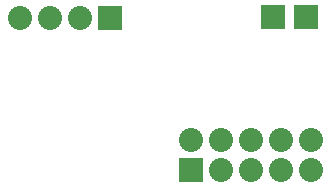
<source format=gbs>
G04 (created by PCBNEW (2013-07-07 BZR 4022)-stable) date 03/12/2013 12:33:29*
%MOIN*%
G04 Gerber Fmt 3.4, Leading zero omitted, Abs format*
%FSLAX34Y34*%
G01*
G70*
G90*
G04 APERTURE LIST*
%ADD10C,0.00590551*%
%ADD11R,0.08X0.08*%
%ADD12C,0.08*%
G04 APERTURE END LIST*
G54D10*
G54D11*
X90450Y-26300D03*
G54D12*
X90450Y-25300D03*
X91450Y-26300D03*
X91450Y-25300D03*
X92450Y-26300D03*
X92450Y-25300D03*
X93450Y-26300D03*
X93450Y-25300D03*
X94450Y-26300D03*
X94450Y-25300D03*
G54D11*
X87750Y-21250D03*
G54D12*
X86750Y-21250D03*
X85750Y-21250D03*
X84750Y-21250D03*
G54D11*
X94275Y-21200D03*
X93200Y-21200D03*
M02*

</source>
